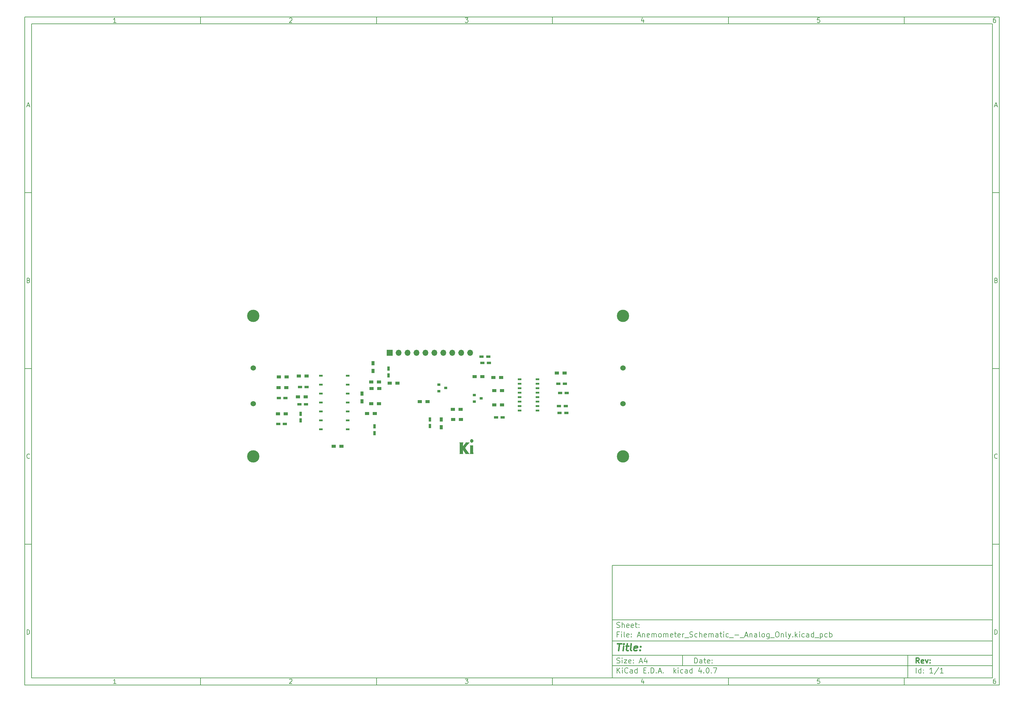
<source format=gbr>
G04 #@! TF.FileFunction,Soldermask,Top*
%FSLAX46Y46*%
G04 Gerber Fmt 4.6, Leading zero omitted, Abs format (unit mm)*
G04 Created by KiCad (PCBNEW 4.0.7) date Monday, February 19, 2018 'AMt' 09:37:46 AM*
%MOMM*%
%LPD*%
G01*
G04 APERTURE LIST*
%ADD10C,0.100000*%
%ADD11C,0.150000*%
%ADD12C,0.300000*%
%ADD13C,0.400000*%
%ADD14C,0.010000*%
%ADD15R,1.200000X0.900000*%
%ADD16R,1.100000X0.500000*%
%ADD17R,1.200000X0.750000*%
%ADD18R,0.750000X1.200000*%
%ADD19R,1.700000X1.700000*%
%ADD20O,1.700000X1.700000*%
%ADD21C,1.524000*%
%ADD22R,0.900000X0.800000*%
%ADD23R,0.900000X1.200000*%
%ADD24C,3.500000*%
G04 APERTURE END LIST*
D10*
D11*
X177002200Y-166007200D02*
X177002200Y-198007200D01*
X285002200Y-198007200D01*
X285002200Y-166007200D01*
X177002200Y-166007200D01*
D10*
D11*
X10000000Y-10000000D02*
X10000000Y-200007200D01*
X287002200Y-200007200D01*
X287002200Y-10000000D01*
X10000000Y-10000000D01*
D10*
D11*
X12000000Y-12000000D02*
X12000000Y-198007200D01*
X285002200Y-198007200D01*
X285002200Y-12000000D01*
X12000000Y-12000000D01*
D10*
D11*
X60000000Y-12000000D02*
X60000000Y-10000000D01*
D10*
D11*
X110000000Y-12000000D02*
X110000000Y-10000000D01*
D10*
D11*
X160000000Y-12000000D02*
X160000000Y-10000000D01*
D10*
D11*
X210000000Y-12000000D02*
X210000000Y-10000000D01*
D10*
D11*
X260000000Y-12000000D02*
X260000000Y-10000000D01*
D10*
D11*
X35990476Y-11588095D02*
X35247619Y-11588095D01*
X35619048Y-11588095D02*
X35619048Y-10288095D01*
X35495238Y-10473810D01*
X35371429Y-10597619D01*
X35247619Y-10659524D01*
D10*
D11*
X85247619Y-10411905D02*
X85309524Y-10350000D01*
X85433333Y-10288095D01*
X85742857Y-10288095D01*
X85866667Y-10350000D01*
X85928571Y-10411905D01*
X85990476Y-10535714D01*
X85990476Y-10659524D01*
X85928571Y-10845238D01*
X85185714Y-11588095D01*
X85990476Y-11588095D01*
D10*
D11*
X135185714Y-10288095D02*
X135990476Y-10288095D01*
X135557143Y-10783333D01*
X135742857Y-10783333D01*
X135866667Y-10845238D01*
X135928571Y-10907143D01*
X135990476Y-11030952D01*
X135990476Y-11340476D01*
X135928571Y-11464286D01*
X135866667Y-11526190D01*
X135742857Y-11588095D01*
X135371429Y-11588095D01*
X135247619Y-11526190D01*
X135185714Y-11464286D01*
D10*
D11*
X185866667Y-10721429D02*
X185866667Y-11588095D01*
X185557143Y-10226190D02*
X185247619Y-11154762D01*
X186052381Y-11154762D01*
D10*
D11*
X235928571Y-10288095D02*
X235309524Y-10288095D01*
X235247619Y-10907143D01*
X235309524Y-10845238D01*
X235433333Y-10783333D01*
X235742857Y-10783333D01*
X235866667Y-10845238D01*
X235928571Y-10907143D01*
X235990476Y-11030952D01*
X235990476Y-11340476D01*
X235928571Y-11464286D01*
X235866667Y-11526190D01*
X235742857Y-11588095D01*
X235433333Y-11588095D01*
X235309524Y-11526190D01*
X235247619Y-11464286D01*
D10*
D11*
X285866667Y-10288095D02*
X285619048Y-10288095D01*
X285495238Y-10350000D01*
X285433333Y-10411905D01*
X285309524Y-10597619D01*
X285247619Y-10845238D01*
X285247619Y-11340476D01*
X285309524Y-11464286D01*
X285371429Y-11526190D01*
X285495238Y-11588095D01*
X285742857Y-11588095D01*
X285866667Y-11526190D01*
X285928571Y-11464286D01*
X285990476Y-11340476D01*
X285990476Y-11030952D01*
X285928571Y-10907143D01*
X285866667Y-10845238D01*
X285742857Y-10783333D01*
X285495238Y-10783333D01*
X285371429Y-10845238D01*
X285309524Y-10907143D01*
X285247619Y-11030952D01*
D10*
D11*
X60000000Y-198007200D02*
X60000000Y-200007200D01*
D10*
D11*
X110000000Y-198007200D02*
X110000000Y-200007200D01*
D10*
D11*
X160000000Y-198007200D02*
X160000000Y-200007200D01*
D10*
D11*
X210000000Y-198007200D02*
X210000000Y-200007200D01*
D10*
D11*
X260000000Y-198007200D02*
X260000000Y-200007200D01*
D10*
D11*
X35990476Y-199595295D02*
X35247619Y-199595295D01*
X35619048Y-199595295D02*
X35619048Y-198295295D01*
X35495238Y-198481010D01*
X35371429Y-198604819D01*
X35247619Y-198666724D01*
D10*
D11*
X85247619Y-198419105D02*
X85309524Y-198357200D01*
X85433333Y-198295295D01*
X85742857Y-198295295D01*
X85866667Y-198357200D01*
X85928571Y-198419105D01*
X85990476Y-198542914D01*
X85990476Y-198666724D01*
X85928571Y-198852438D01*
X85185714Y-199595295D01*
X85990476Y-199595295D01*
D10*
D11*
X135185714Y-198295295D02*
X135990476Y-198295295D01*
X135557143Y-198790533D01*
X135742857Y-198790533D01*
X135866667Y-198852438D01*
X135928571Y-198914343D01*
X135990476Y-199038152D01*
X135990476Y-199347676D01*
X135928571Y-199471486D01*
X135866667Y-199533390D01*
X135742857Y-199595295D01*
X135371429Y-199595295D01*
X135247619Y-199533390D01*
X135185714Y-199471486D01*
D10*
D11*
X185866667Y-198728629D02*
X185866667Y-199595295D01*
X185557143Y-198233390D02*
X185247619Y-199161962D01*
X186052381Y-199161962D01*
D10*
D11*
X235928571Y-198295295D02*
X235309524Y-198295295D01*
X235247619Y-198914343D01*
X235309524Y-198852438D01*
X235433333Y-198790533D01*
X235742857Y-198790533D01*
X235866667Y-198852438D01*
X235928571Y-198914343D01*
X235990476Y-199038152D01*
X235990476Y-199347676D01*
X235928571Y-199471486D01*
X235866667Y-199533390D01*
X235742857Y-199595295D01*
X235433333Y-199595295D01*
X235309524Y-199533390D01*
X235247619Y-199471486D01*
D10*
D11*
X285866667Y-198295295D02*
X285619048Y-198295295D01*
X285495238Y-198357200D01*
X285433333Y-198419105D01*
X285309524Y-198604819D01*
X285247619Y-198852438D01*
X285247619Y-199347676D01*
X285309524Y-199471486D01*
X285371429Y-199533390D01*
X285495238Y-199595295D01*
X285742857Y-199595295D01*
X285866667Y-199533390D01*
X285928571Y-199471486D01*
X285990476Y-199347676D01*
X285990476Y-199038152D01*
X285928571Y-198914343D01*
X285866667Y-198852438D01*
X285742857Y-198790533D01*
X285495238Y-198790533D01*
X285371429Y-198852438D01*
X285309524Y-198914343D01*
X285247619Y-199038152D01*
D10*
D11*
X10000000Y-60000000D02*
X12000000Y-60000000D01*
D10*
D11*
X10000000Y-110000000D02*
X12000000Y-110000000D01*
D10*
D11*
X10000000Y-160000000D02*
X12000000Y-160000000D01*
D10*
D11*
X10690476Y-35216667D02*
X11309524Y-35216667D01*
X10566667Y-35588095D02*
X11000000Y-34288095D01*
X11433333Y-35588095D01*
D10*
D11*
X11092857Y-84907143D02*
X11278571Y-84969048D01*
X11340476Y-85030952D01*
X11402381Y-85154762D01*
X11402381Y-85340476D01*
X11340476Y-85464286D01*
X11278571Y-85526190D01*
X11154762Y-85588095D01*
X10659524Y-85588095D01*
X10659524Y-84288095D01*
X11092857Y-84288095D01*
X11216667Y-84350000D01*
X11278571Y-84411905D01*
X11340476Y-84535714D01*
X11340476Y-84659524D01*
X11278571Y-84783333D01*
X11216667Y-84845238D01*
X11092857Y-84907143D01*
X10659524Y-84907143D01*
D10*
D11*
X11402381Y-135464286D02*
X11340476Y-135526190D01*
X11154762Y-135588095D01*
X11030952Y-135588095D01*
X10845238Y-135526190D01*
X10721429Y-135402381D01*
X10659524Y-135278571D01*
X10597619Y-135030952D01*
X10597619Y-134845238D01*
X10659524Y-134597619D01*
X10721429Y-134473810D01*
X10845238Y-134350000D01*
X11030952Y-134288095D01*
X11154762Y-134288095D01*
X11340476Y-134350000D01*
X11402381Y-134411905D01*
D10*
D11*
X10659524Y-185588095D02*
X10659524Y-184288095D01*
X10969048Y-184288095D01*
X11154762Y-184350000D01*
X11278571Y-184473810D01*
X11340476Y-184597619D01*
X11402381Y-184845238D01*
X11402381Y-185030952D01*
X11340476Y-185278571D01*
X11278571Y-185402381D01*
X11154762Y-185526190D01*
X10969048Y-185588095D01*
X10659524Y-185588095D01*
D10*
D11*
X287002200Y-60000000D02*
X285002200Y-60000000D01*
D10*
D11*
X287002200Y-110000000D02*
X285002200Y-110000000D01*
D10*
D11*
X287002200Y-160000000D02*
X285002200Y-160000000D01*
D10*
D11*
X285692676Y-35216667D02*
X286311724Y-35216667D01*
X285568867Y-35588095D02*
X286002200Y-34288095D01*
X286435533Y-35588095D01*
D10*
D11*
X286095057Y-84907143D02*
X286280771Y-84969048D01*
X286342676Y-85030952D01*
X286404581Y-85154762D01*
X286404581Y-85340476D01*
X286342676Y-85464286D01*
X286280771Y-85526190D01*
X286156962Y-85588095D01*
X285661724Y-85588095D01*
X285661724Y-84288095D01*
X286095057Y-84288095D01*
X286218867Y-84350000D01*
X286280771Y-84411905D01*
X286342676Y-84535714D01*
X286342676Y-84659524D01*
X286280771Y-84783333D01*
X286218867Y-84845238D01*
X286095057Y-84907143D01*
X285661724Y-84907143D01*
D10*
D11*
X286404581Y-135464286D02*
X286342676Y-135526190D01*
X286156962Y-135588095D01*
X286033152Y-135588095D01*
X285847438Y-135526190D01*
X285723629Y-135402381D01*
X285661724Y-135278571D01*
X285599819Y-135030952D01*
X285599819Y-134845238D01*
X285661724Y-134597619D01*
X285723629Y-134473810D01*
X285847438Y-134350000D01*
X286033152Y-134288095D01*
X286156962Y-134288095D01*
X286342676Y-134350000D01*
X286404581Y-134411905D01*
D10*
D11*
X285661724Y-185588095D02*
X285661724Y-184288095D01*
X285971248Y-184288095D01*
X286156962Y-184350000D01*
X286280771Y-184473810D01*
X286342676Y-184597619D01*
X286404581Y-184845238D01*
X286404581Y-185030952D01*
X286342676Y-185278571D01*
X286280771Y-185402381D01*
X286156962Y-185526190D01*
X285971248Y-185588095D01*
X285661724Y-185588095D01*
D10*
D11*
X200359343Y-193785771D02*
X200359343Y-192285771D01*
X200716486Y-192285771D01*
X200930771Y-192357200D01*
X201073629Y-192500057D01*
X201145057Y-192642914D01*
X201216486Y-192928629D01*
X201216486Y-193142914D01*
X201145057Y-193428629D01*
X201073629Y-193571486D01*
X200930771Y-193714343D01*
X200716486Y-193785771D01*
X200359343Y-193785771D01*
X202502200Y-193785771D02*
X202502200Y-193000057D01*
X202430771Y-192857200D01*
X202287914Y-192785771D01*
X202002200Y-192785771D01*
X201859343Y-192857200D01*
X202502200Y-193714343D02*
X202359343Y-193785771D01*
X202002200Y-193785771D01*
X201859343Y-193714343D01*
X201787914Y-193571486D01*
X201787914Y-193428629D01*
X201859343Y-193285771D01*
X202002200Y-193214343D01*
X202359343Y-193214343D01*
X202502200Y-193142914D01*
X203002200Y-192785771D02*
X203573629Y-192785771D01*
X203216486Y-192285771D02*
X203216486Y-193571486D01*
X203287914Y-193714343D01*
X203430772Y-193785771D01*
X203573629Y-193785771D01*
X204645057Y-193714343D02*
X204502200Y-193785771D01*
X204216486Y-193785771D01*
X204073629Y-193714343D01*
X204002200Y-193571486D01*
X204002200Y-193000057D01*
X204073629Y-192857200D01*
X204216486Y-192785771D01*
X204502200Y-192785771D01*
X204645057Y-192857200D01*
X204716486Y-193000057D01*
X204716486Y-193142914D01*
X204002200Y-193285771D01*
X205359343Y-193642914D02*
X205430771Y-193714343D01*
X205359343Y-193785771D01*
X205287914Y-193714343D01*
X205359343Y-193642914D01*
X205359343Y-193785771D01*
X205359343Y-192857200D02*
X205430771Y-192928629D01*
X205359343Y-193000057D01*
X205287914Y-192928629D01*
X205359343Y-192857200D01*
X205359343Y-193000057D01*
D10*
D11*
X177002200Y-194507200D02*
X285002200Y-194507200D01*
D10*
D11*
X178359343Y-196585771D02*
X178359343Y-195085771D01*
X179216486Y-196585771D02*
X178573629Y-195728629D01*
X179216486Y-195085771D02*
X178359343Y-195942914D01*
X179859343Y-196585771D02*
X179859343Y-195585771D01*
X179859343Y-195085771D02*
X179787914Y-195157200D01*
X179859343Y-195228629D01*
X179930771Y-195157200D01*
X179859343Y-195085771D01*
X179859343Y-195228629D01*
X181430772Y-196442914D02*
X181359343Y-196514343D01*
X181145057Y-196585771D01*
X181002200Y-196585771D01*
X180787915Y-196514343D01*
X180645057Y-196371486D01*
X180573629Y-196228629D01*
X180502200Y-195942914D01*
X180502200Y-195728629D01*
X180573629Y-195442914D01*
X180645057Y-195300057D01*
X180787915Y-195157200D01*
X181002200Y-195085771D01*
X181145057Y-195085771D01*
X181359343Y-195157200D01*
X181430772Y-195228629D01*
X182716486Y-196585771D02*
X182716486Y-195800057D01*
X182645057Y-195657200D01*
X182502200Y-195585771D01*
X182216486Y-195585771D01*
X182073629Y-195657200D01*
X182716486Y-196514343D02*
X182573629Y-196585771D01*
X182216486Y-196585771D01*
X182073629Y-196514343D01*
X182002200Y-196371486D01*
X182002200Y-196228629D01*
X182073629Y-196085771D01*
X182216486Y-196014343D01*
X182573629Y-196014343D01*
X182716486Y-195942914D01*
X184073629Y-196585771D02*
X184073629Y-195085771D01*
X184073629Y-196514343D02*
X183930772Y-196585771D01*
X183645058Y-196585771D01*
X183502200Y-196514343D01*
X183430772Y-196442914D01*
X183359343Y-196300057D01*
X183359343Y-195871486D01*
X183430772Y-195728629D01*
X183502200Y-195657200D01*
X183645058Y-195585771D01*
X183930772Y-195585771D01*
X184073629Y-195657200D01*
X185930772Y-195800057D02*
X186430772Y-195800057D01*
X186645058Y-196585771D02*
X185930772Y-196585771D01*
X185930772Y-195085771D01*
X186645058Y-195085771D01*
X187287915Y-196442914D02*
X187359343Y-196514343D01*
X187287915Y-196585771D01*
X187216486Y-196514343D01*
X187287915Y-196442914D01*
X187287915Y-196585771D01*
X188002201Y-196585771D02*
X188002201Y-195085771D01*
X188359344Y-195085771D01*
X188573629Y-195157200D01*
X188716487Y-195300057D01*
X188787915Y-195442914D01*
X188859344Y-195728629D01*
X188859344Y-195942914D01*
X188787915Y-196228629D01*
X188716487Y-196371486D01*
X188573629Y-196514343D01*
X188359344Y-196585771D01*
X188002201Y-196585771D01*
X189502201Y-196442914D02*
X189573629Y-196514343D01*
X189502201Y-196585771D01*
X189430772Y-196514343D01*
X189502201Y-196442914D01*
X189502201Y-196585771D01*
X190145058Y-196157200D02*
X190859344Y-196157200D01*
X190002201Y-196585771D02*
X190502201Y-195085771D01*
X191002201Y-196585771D01*
X191502201Y-196442914D02*
X191573629Y-196514343D01*
X191502201Y-196585771D01*
X191430772Y-196514343D01*
X191502201Y-196442914D01*
X191502201Y-196585771D01*
X194502201Y-196585771D02*
X194502201Y-195085771D01*
X194645058Y-196014343D02*
X195073629Y-196585771D01*
X195073629Y-195585771D02*
X194502201Y-196157200D01*
X195716487Y-196585771D02*
X195716487Y-195585771D01*
X195716487Y-195085771D02*
X195645058Y-195157200D01*
X195716487Y-195228629D01*
X195787915Y-195157200D01*
X195716487Y-195085771D01*
X195716487Y-195228629D01*
X197073630Y-196514343D02*
X196930773Y-196585771D01*
X196645059Y-196585771D01*
X196502201Y-196514343D01*
X196430773Y-196442914D01*
X196359344Y-196300057D01*
X196359344Y-195871486D01*
X196430773Y-195728629D01*
X196502201Y-195657200D01*
X196645059Y-195585771D01*
X196930773Y-195585771D01*
X197073630Y-195657200D01*
X198359344Y-196585771D02*
X198359344Y-195800057D01*
X198287915Y-195657200D01*
X198145058Y-195585771D01*
X197859344Y-195585771D01*
X197716487Y-195657200D01*
X198359344Y-196514343D02*
X198216487Y-196585771D01*
X197859344Y-196585771D01*
X197716487Y-196514343D01*
X197645058Y-196371486D01*
X197645058Y-196228629D01*
X197716487Y-196085771D01*
X197859344Y-196014343D01*
X198216487Y-196014343D01*
X198359344Y-195942914D01*
X199716487Y-196585771D02*
X199716487Y-195085771D01*
X199716487Y-196514343D02*
X199573630Y-196585771D01*
X199287916Y-196585771D01*
X199145058Y-196514343D01*
X199073630Y-196442914D01*
X199002201Y-196300057D01*
X199002201Y-195871486D01*
X199073630Y-195728629D01*
X199145058Y-195657200D01*
X199287916Y-195585771D01*
X199573630Y-195585771D01*
X199716487Y-195657200D01*
X202216487Y-195585771D02*
X202216487Y-196585771D01*
X201859344Y-195014343D02*
X201502201Y-196085771D01*
X202430773Y-196085771D01*
X203002201Y-196442914D02*
X203073629Y-196514343D01*
X203002201Y-196585771D01*
X202930772Y-196514343D01*
X203002201Y-196442914D01*
X203002201Y-196585771D01*
X204002201Y-195085771D02*
X204145058Y-195085771D01*
X204287915Y-195157200D01*
X204359344Y-195228629D01*
X204430773Y-195371486D01*
X204502201Y-195657200D01*
X204502201Y-196014343D01*
X204430773Y-196300057D01*
X204359344Y-196442914D01*
X204287915Y-196514343D01*
X204145058Y-196585771D01*
X204002201Y-196585771D01*
X203859344Y-196514343D01*
X203787915Y-196442914D01*
X203716487Y-196300057D01*
X203645058Y-196014343D01*
X203645058Y-195657200D01*
X203716487Y-195371486D01*
X203787915Y-195228629D01*
X203859344Y-195157200D01*
X204002201Y-195085771D01*
X205145058Y-196442914D02*
X205216486Y-196514343D01*
X205145058Y-196585771D01*
X205073629Y-196514343D01*
X205145058Y-196442914D01*
X205145058Y-196585771D01*
X205716487Y-195085771D02*
X206716487Y-195085771D01*
X206073630Y-196585771D01*
D10*
D11*
X177002200Y-191507200D02*
X285002200Y-191507200D01*
D10*
D12*
X264216486Y-193785771D02*
X263716486Y-193071486D01*
X263359343Y-193785771D02*
X263359343Y-192285771D01*
X263930771Y-192285771D01*
X264073629Y-192357200D01*
X264145057Y-192428629D01*
X264216486Y-192571486D01*
X264216486Y-192785771D01*
X264145057Y-192928629D01*
X264073629Y-193000057D01*
X263930771Y-193071486D01*
X263359343Y-193071486D01*
X265430771Y-193714343D02*
X265287914Y-193785771D01*
X265002200Y-193785771D01*
X264859343Y-193714343D01*
X264787914Y-193571486D01*
X264787914Y-193000057D01*
X264859343Y-192857200D01*
X265002200Y-192785771D01*
X265287914Y-192785771D01*
X265430771Y-192857200D01*
X265502200Y-193000057D01*
X265502200Y-193142914D01*
X264787914Y-193285771D01*
X266002200Y-192785771D02*
X266359343Y-193785771D01*
X266716485Y-192785771D01*
X267287914Y-193642914D02*
X267359342Y-193714343D01*
X267287914Y-193785771D01*
X267216485Y-193714343D01*
X267287914Y-193642914D01*
X267287914Y-193785771D01*
X267287914Y-192857200D02*
X267359342Y-192928629D01*
X267287914Y-193000057D01*
X267216485Y-192928629D01*
X267287914Y-192857200D01*
X267287914Y-193000057D01*
D10*
D11*
X178287914Y-193714343D02*
X178502200Y-193785771D01*
X178859343Y-193785771D01*
X179002200Y-193714343D01*
X179073629Y-193642914D01*
X179145057Y-193500057D01*
X179145057Y-193357200D01*
X179073629Y-193214343D01*
X179002200Y-193142914D01*
X178859343Y-193071486D01*
X178573629Y-193000057D01*
X178430771Y-192928629D01*
X178359343Y-192857200D01*
X178287914Y-192714343D01*
X178287914Y-192571486D01*
X178359343Y-192428629D01*
X178430771Y-192357200D01*
X178573629Y-192285771D01*
X178930771Y-192285771D01*
X179145057Y-192357200D01*
X179787914Y-193785771D02*
X179787914Y-192785771D01*
X179787914Y-192285771D02*
X179716485Y-192357200D01*
X179787914Y-192428629D01*
X179859342Y-192357200D01*
X179787914Y-192285771D01*
X179787914Y-192428629D01*
X180359343Y-192785771D02*
X181145057Y-192785771D01*
X180359343Y-193785771D01*
X181145057Y-193785771D01*
X182287914Y-193714343D02*
X182145057Y-193785771D01*
X181859343Y-193785771D01*
X181716486Y-193714343D01*
X181645057Y-193571486D01*
X181645057Y-193000057D01*
X181716486Y-192857200D01*
X181859343Y-192785771D01*
X182145057Y-192785771D01*
X182287914Y-192857200D01*
X182359343Y-193000057D01*
X182359343Y-193142914D01*
X181645057Y-193285771D01*
X183002200Y-193642914D02*
X183073628Y-193714343D01*
X183002200Y-193785771D01*
X182930771Y-193714343D01*
X183002200Y-193642914D01*
X183002200Y-193785771D01*
X183002200Y-192857200D02*
X183073628Y-192928629D01*
X183002200Y-193000057D01*
X182930771Y-192928629D01*
X183002200Y-192857200D01*
X183002200Y-193000057D01*
X184787914Y-193357200D02*
X185502200Y-193357200D01*
X184645057Y-193785771D02*
X185145057Y-192285771D01*
X185645057Y-193785771D01*
X186787914Y-192785771D02*
X186787914Y-193785771D01*
X186430771Y-192214343D02*
X186073628Y-193285771D01*
X187002200Y-193285771D01*
D10*
D11*
X263359343Y-196585771D02*
X263359343Y-195085771D01*
X264716486Y-196585771D02*
X264716486Y-195085771D01*
X264716486Y-196514343D02*
X264573629Y-196585771D01*
X264287915Y-196585771D01*
X264145057Y-196514343D01*
X264073629Y-196442914D01*
X264002200Y-196300057D01*
X264002200Y-195871486D01*
X264073629Y-195728629D01*
X264145057Y-195657200D01*
X264287915Y-195585771D01*
X264573629Y-195585771D01*
X264716486Y-195657200D01*
X265430772Y-196442914D02*
X265502200Y-196514343D01*
X265430772Y-196585771D01*
X265359343Y-196514343D01*
X265430772Y-196442914D01*
X265430772Y-196585771D01*
X265430772Y-195657200D02*
X265502200Y-195728629D01*
X265430772Y-195800057D01*
X265359343Y-195728629D01*
X265430772Y-195657200D01*
X265430772Y-195800057D01*
X268073629Y-196585771D02*
X267216486Y-196585771D01*
X267645058Y-196585771D02*
X267645058Y-195085771D01*
X267502201Y-195300057D01*
X267359343Y-195442914D01*
X267216486Y-195514343D01*
X269787914Y-195014343D02*
X268502200Y-196942914D01*
X271073629Y-196585771D02*
X270216486Y-196585771D01*
X270645058Y-196585771D02*
X270645058Y-195085771D01*
X270502201Y-195300057D01*
X270359343Y-195442914D01*
X270216486Y-195514343D01*
D10*
D11*
X177002200Y-187507200D02*
X285002200Y-187507200D01*
D10*
D13*
X178454581Y-188211962D02*
X179597438Y-188211962D01*
X178776010Y-190211962D02*
X179026010Y-188211962D01*
X180014105Y-190211962D02*
X180180771Y-188878629D01*
X180264105Y-188211962D02*
X180156962Y-188307200D01*
X180240295Y-188402438D01*
X180347439Y-188307200D01*
X180264105Y-188211962D01*
X180240295Y-188402438D01*
X180847438Y-188878629D02*
X181609343Y-188878629D01*
X181216486Y-188211962D02*
X181002200Y-189926248D01*
X181073630Y-190116724D01*
X181252201Y-190211962D01*
X181442677Y-190211962D01*
X182395058Y-190211962D02*
X182216487Y-190116724D01*
X182145057Y-189926248D01*
X182359343Y-188211962D01*
X183930772Y-190116724D02*
X183728391Y-190211962D01*
X183347439Y-190211962D01*
X183168867Y-190116724D01*
X183097438Y-189926248D01*
X183192676Y-189164343D01*
X183311724Y-188973867D01*
X183514105Y-188878629D01*
X183895057Y-188878629D01*
X184073629Y-188973867D01*
X184145057Y-189164343D01*
X184121248Y-189354819D01*
X183145057Y-189545295D01*
X184895057Y-190021486D02*
X184978392Y-190116724D01*
X184871248Y-190211962D01*
X184787915Y-190116724D01*
X184895057Y-190021486D01*
X184871248Y-190211962D01*
X185026010Y-188973867D02*
X185109344Y-189069105D01*
X185002200Y-189164343D01*
X184918867Y-189069105D01*
X185026010Y-188973867D01*
X185002200Y-189164343D01*
D10*
D11*
X178859343Y-185600057D02*
X178359343Y-185600057D01*
X178359343Y-186385771D02*
X178359343Y-184885771D01*
X179073629Y-184885771D01*
X179645057Y-186385771D02*
X179645057Y-185385771D01*
X179645057Y-184885771D02*
X179573628Y-184957200D01*
X179645057Y-185028629D01*
X179716485Y-184957200D01*
X179645057Y-184885771D01*
X179645057Y-185028629D01*
X180573629Y-186385771D02*
X180430771Y-186314343D01*
X180359343Y-186171486D01*
X180359343Y-184885771D01*
X181716485Y-186314343D02*
X181573628Y-186385771D01*
X181287914Y-186385771D01*
X181145057Y-186314343D01*
X181073628Y-186171486D01*
X181073628Y-185600057D01*
X181145057Y-185457200D01*
X181287914Y-185385771D01*
X181573628Y-185385771D01*
X181716485Y-185457200D01*
X181787914Y-185600057D01*
X181787914Y-185742914D01*
X181073628Y-185885771D01*
X182430771Y-186242914D02*
X182502199Y-186314343D01*
X182430771Y-186385771D01*
X182359342Y-186314343D01*
X182430771Y-186242914D01*
X182430771Y-186385771D01*
X182430771Y-185457200D02*
X182502199Y-185528629D01*
X182430771Y-185600057D01*
X182359342Y-185528629D01*
X182430771Y-185457200D01*
X182430771Y-185600057D01*
X184216485Y-185957200D02*
X184930771Y-185957200D01*
X184073628Y-186385771D02*
X184573628Y-184885771D01*
X185073628Y-186385771D01*
X185573628Y-185385771D02*
X185573628Y-186385771D01*
X185573628Y-185528629D02*
X185645056Y-185457200D01*
X185787914Y-185385771D01*
X186002199Y-185385771D01*
X186145056Y-185457200D01*
X186216485Y-185600057D01*
X186216485Y-186385771D01*
X187502199Y-186314343D02*
X187359342Y-186385771D01*
X187073628Y-186385771D01*
X186930771Y-186314343D01*
X186859342Y-186171486D01*
X186859342Y-185600057D01*
X186930771Y-185457200D01*
X187073628Y-185385771D01*
X187359342Y-185385771D01*
X187502199Y-185457200D01*
X187573628Y-185600057D01*
X187573628Y-185742914D01*
X186859342Y-185885771D01*
X188216485Y-186385771D02*
X188216485Y-185385771D01*
X188216485Y-185528629D02*
X188287913Y-185457200D01*
X188430771Y-185385771D01*
X188645056Y-185385771D01*
X188787913Y-185457200D01*
X188859342Y-185600057D01*
X188859342Y-186385771D01*
X188859342Y-185600057D02*
X188930771Y-185457200D01*
X189073628Y-185385771D01*
X189287913Y-185385771D01*
X189430771Y-185457200D01*
X189502199Y-185600057D01*
X189502199Y-186385771D01*
X190430771Y-186385771D02*
X190287913Y-186314343D01*
X190216485Y-186242914D01*
X190145056Y-186100057D01*
X190145056Y-185671486D01*
X190216485Y-185528629D01*
X190287913Y-185457200D01*
X190430771Y-185385771D01*
X190645056Y-185385771D01*
X190787913Y-185457200D01*
X190859342Y-185528629D01*
X190930771Y-185671486D01*
X190930771Y-186100057D01*
X190859342Y-186242914D01*
X190787913Y-186314343D01*
X190645056Y-186385771D01*
X190430771Y-186385771D01*
X191573628Y-186385771D02*
X191573628Y-185385771D01*
X191573628Y-185528629D02*
X191645056Y-185457200D01*
X191787914Y-185385771D01*
X192002199Y-185385771D01*
X192145056Y-185457200D01*
X192216485Y-185600057D01*
X192216485Y-186385771D01*
X192216485Y-185600057D02*
X192287914Y-185457200D01*
X192430771Y-185385771D01*
X192645056Y-185385771D01*
X192787914Y-185457200D01*
X192859342Y-185600057D01*
X192859342Y-186385771D01*
X194145056Y-186314343D02*
X194002199Y-186385771D01*
X193716485Y-186385771D01*
X193573628Y-186314343D01*
X193502199Y-186171486D01*
X193502199Y-185600057D01*
X193573628Y-185457200D01*
X193716485Y-185385771D01*
X194002199Y-185385771D01*
X194145056Y-185457200D01*
X194216485Y-185600057D01*
X194216485Y-185742914D01*
X193502199Y-185885771D01*
X194645056Y-185385771D02*
X195216485Y-185385771D01*
X194859342Y-184885771D02*
X194859342Y-186171486D01*
X194930770Y-186314343D01*
X195073628Y-186385771D01*
X195216485Y-186385771D01*
X196287913Y-186314343D02*
X196145056Y-186385771D01*
X195859342Y-186385771D01*
X195716485Y-186314343D01*
X195645056Y-186171486D01*
X195645056Y-185600057D01*
X195716485Y-185457200D01*
X195859342Y-185385771D01*
X196145056Y-185385771D01*
X196287913Y-185457200D01*
X196359342Y-185600057D01*
X196359342Y-185742914D01*
X195645056Y-185885771D01*
X197002199Y-186385771D02*
X197002199Y-185385771D01*
X197002199Y-185671486D02*
X197073627Y-185528629D01*
X197145056Y-185457200D01*
X197287913Y-185385771D01*
X197430770Y-185385771D01*
X197573627Y-186528629D02*
X198716484Y-186528629D01*
X199002198Y-186314343D02*
X199216484Y-186385771D01*
X199573627Y-186385771D01*
X199716484Y-186314343D01*
X199787913Y-186242914D01*
X199859341Y-186100057D01*
X199859341Y-185957200D01*
X199787913Y-185814343D01*
X199716484Y-185742914D01*
X199573627Y-185671486D01*
X199287913Y-185600057D01*
X199145055Y-185528629D01*
X199073627Y-185457200D01*
X199002198Y-185314343D01*
X199002198Y-185171486D01*
X199073627Y-185028629D01*
X199145055Y-184957200D01*
X199287913Y-184885771D01*
X199645055Y-184885771D01*
X199859341Y-184957200D01*
X201145055Y-186314343D02*
X201002198Y-186385771D01*
X200716484Y-186385771D01*
X200573626Y-186314343D01*
X200502198Y-186242914D01*
X200430769Y-186100057D01*
X200430769Y-185671486D01*
X200502198Y-185528629D01*
X200573626Y-185457200D01*
X200716484Y-185385771D01*
X201002198Y-185385771D01*
X201145055Y-185457200D01*
X201787912Y-186385771D02*
X201787912Y-184885771D01*
X202430769Y-186385771D02*
X202430769Y-185600057D01*
X202359340Y-185457200D01*
X202216483Y-185385771D01*
X202002198Y-185385771D01*
X201859340Y-185457200D01*
X201787912Y-185528629D01*
X203716483Y-186314343D02*
X203573626Y-186385771D01*
X203287912Y-186385771D01*
X203145055Y-186314343D01*
X203073626Y-186171486D01*
X203073626Y-185600057D01*
X203145055Y-185457200D01*
X203287912Y-185385771D01*
X203573626Y-185385771D01*
X203716483Y-185457200D01*
X203787912Y-185600057D01*
X203787912Y-185742914D01*
X203073626Y-185885771D01*
X204430769Y-186385771D02*
X204430769Y-185385771D01*
X204430769Y-185528629D02*
X204502197Y-185457200D01*
X204645055Y-185385771D01*
X204859340Y-185385771D01*
X205002197Y-185457200D01*
X205073626Y-185600057D01*
X205073626Y-186385771D01*
X205073626Y-185600057D02*
X205145055Y-185457200D01*
X205287912Y-185385771D01*
X205502197Y-185385771D01*
X205645055Y-185457200D01*
X205716483Y-185600057D01*
X205716483Y-186385771D01*
X207073626Y-186385771D02*
X207073626Y-185600057D01*
X207002197Y-185457200D01*
X206859340Y-185385771D01*
X206573626Y-185385771D01*
X206430769Y-185457200D01*
X207073626Y-186314343D02*
X206930769Y-186385771D01*
X206573626Y-186385771D01*
X206430769Y-186314343D01*
X206359340Y-186171486D01*
X206359340Y-186028629D01*
X206430769Y-185885771D01*
X206573626Y-185814343D01*
X206930769Y-185814343D01*
X207073626Y-185742914D01*
X207573626Y-185385771D02*
X208145055Y-185385771D01*
X207787912Y-184885771D02*
X207787912Y-186171486D01*
X207859340Y-186314343D01*
X208002198Y-186385771D01*
X208145055Y-186385771D01*
X208645055Y-186385771D02*
X208645055Y-185385771D01*
X208645055Y-184885771D02*
X208573626Y-184957200D01*
X208645055Y-185028629D01*
X208716483Y-184957200D01*
X208645055Y-184885771D01*
X208645055Y-185028629D01*
X210002198Y-186314343D02*
X209859341Y-186385771D01*
X209573627Y-186385771D01*
X209430769Y-186314343D01*
X209359341Y-186242914D01*
X209287912Y-186100057D01*
X209287912Y-185671486D01*
X209359341Y-185528629D01*
X209430769Y-185457200D01*
X209573627Y-185385771D01*
X209859341Y-185385771D01*
X210002198Y-185457200D01*
X210287912Y-186528629D02*
X211430769Y-186528629D01*
X211787912Y-185814343D02*
X212930769Y-185814343D01*
X213287912Y-186528629D02*
X214430769Y-186528629D01*
X214716483Y-185957200D02*
X215430769Y-185957200D01*
X214573626Y-186385771D02*
X215073626Y-184885771D01*
X215573626Y-186385771D01*
X216073626Y-185385771D02*
X216073626Y-186385771D01*
X216073626Y-185528629D02*
X216145054Y-185457200D01*
X216287912Y-185385771D01*
X216502197Y-185385771D01*
X216645054Y-185457200D01*
X216716483Y-185600057D01*
X216716483Y-186385771D01*
X218073626Y-186385771D02*
X218073626Y-185600057D01*
X218002197Y-185457200D01*
X217859340Y-185385771D01*
X217573626Y-185385771D01*
X217430769Y-185457200D01*
X218073626Y-186314343D02*
X217930769Y-186385771D01*
X217573626Y-186385771D01*
X217430769Y-186314343D01*
X217359340Y-186171486D01*
X217359340Y-186028629D01*
X217430769Y-185885771D01*
X217573626Y-185814343D01*
X217930769Y-185814343D01*
X218073626Y-185742914D01*
X219002198Y-186385771D02*
X218859340Y-186314343D01*
X218787912Y-186171486D01*
X218787912Y-184885771D01*
X219787912Y-186385771D02*
X219645054Y-186314343D01*
X219573626Y-186242914D01*
X219502197Y-186100057D01*
X219502197Y-185671486D01*
X219573626Y-185528629D01*
X219645054Y-185457200D01*
X219787912Y-185385771D01*
X220002197Y-185385771D01*
X220145054Y-185457200D01*
X220216483Y-185528629D01*
X220287912Y-185671486D01*
X220287912Y-186100057D01*
X220216483Y-186242914D01*
X220145054Y-186314343D01*
X220002197Y-186385771D01*
X219787912Y-186385771D01*
X221573626Y-185385771D02*
X221573626Y-186600057D01*
X221502197Y-186742914D01*
X221430769Y-186814343D01*
X221287912Y-186885771D01*
X221073626Y-186885771D01*
X220930769Y-186814343D01*
X221573626Y-186314343D02*
X221430769Y-186385771D01*
X221145055Y-186385771D01*
X221002197Y-186314343D01*
X220930769Y-186242914D01*
X220859340Y-186100057D01*
X220859340Y-185671486D01*
X220930769Y-185528629D01*
X221002197Y-185457200D01*
X221145055Y-185385771D01*
X221430769Y-185385771D01*
X221573626Y-185457200D01*
X221930769Y-186528629D02*
X223073626Y-186528629D01*
X223716483Y-184885771D02*
X224002197Y-184885771D01*
X224145055Y-184957200D01*
X224287912Y-185100057D01*
X224359340Y-185385771D01*
X224359340Y-185885771D01*
X224287912Y-186171486D01*
X224145055Y-186314343D01*
X224002197Y-186385771D01*
X223716483Y-186385771D01*
X223573626Y-186314343D01*
X223430769Y-186171486D01*
X223359340Y-185885771D01*
X223359340Y-185385771D01*
X223430769Y-185100057D01*
X223573626Y-184957200D01*
X223716483Y-184885771D01*
X225002198Y-185385771D02*
X225002198Y-186385771D01*
X225002198Y-185528629D02*
X225073626Y-185457200D01*
X225216484Y-185385771D01*
X225430769Y-185385771D01*
X225573626Y-185457200D01*
X225645055Y-185600057D01*
X225645055Y-186385771D01*
X226573627Y-186385771D02*
X226430769Y-186314343D01*
X226359341Y-186171486D01*
X226359341Y-184885771D01*
X227002198Y-185385771D02*
X227359341Y-186385771D01*
X227716483Y-185385771D02*
X227359341Y-186385771D01*
X227216483Y-186742914D01*
X227145055Y-186814343D01*
X227002198Y-186885771D01*
X228287912Y-186242914D02*
X228359340Y-186314343D01*
X228287912Y-186385771D01*
X228216483Y-186314343D01*
X228287912Y-186242914D01*
X228287912Y-186385771D01*
X229002198Y-186385771D02*
X229002198Y-184885771D01*
X229145055Y-185814343D02*
X229573626Y-186385771D01*
X229573626Y-185385771D02*
X229002198Y-185957200D01*
X230216484Y-186385771D02*
X230216484Y-185385771D01*
X230216484Y-184885771D02*
X230145055Y-184957200D01*
X230216484Y-185028629D01*
X230287912Y-184957200D01*
X230216484Y-184885771D01*
X230216484Y-185028629D01*
X231573627Y-186314343D02*
X231430770Y-186385771D01*
X231145056Y-186385771D01*
X231002198Y-186314343D01*
X230930770Y-186242914D01*
X230859341Y-186100057D01*
X230859341Y-185671486D01*
X230930770Y-185528629D01*
X231002198Y-185457200D01*
X231145056Y-185385771D01*
X231430770Y-185385771D01*
X231573627Y-185457200D01*
X232859341Y-186385771D02*
X232859341Y-185600057D01*
X232787912Y-185457200D01*
X232645055Y-185385771D01*
X232359341Y-185385771D01*
X232216484Y-185457200D01*
X232859341Y-186314343D02*
X232716484Y-186385771D01*
X232359341Y-186385771D01*
X232216484Y-186314343D01*
X232145055Y-186171486D01*
X232145055Y-186028629D01*
X232216484Y-185885771D01*
X232359341Y-185814343D01*
X232716484Y-185814343D01*
X232859341Y-185742914D01*
X234216484Y-186385771D02*
X234216484Y-184885771D01*
X234216484Y-186314343D02*
X234073627Y-186385771D01*
X233787913Y-186385771D01*
X233645055Y-186314343D01*
X233573627Y-186242914D01*
X233502198Y-186100057D01*
X233502198Y-185671486D01*
X233573627Y-185528629D01*
X233645055Y-185457200D01*
X233787913Y-185385771D01*
X234073627Y-185385771D01*
X234216484Y-185457200D01*
X234573627Y-186528629D02*
X235716484Y-186528629D01*
X236073627Y-185385771D02*
X236073627Y-186885771D01*
X236073627Y-185457200D02*
X236216484Y-185385771D01*
X236502198Y-185385771D01*
X236645055Y-185457200D01*
X236716484Y-185528629D01*
X236787913Y-185671486D01*
X236787913Y-186100057D01*
X236716484Y-186242914D01*
X236645055Y-186314343D01*
X236502198Y-186385771D01*
X236216484Y-186385771D01*
X236073627Y-186314343D01*
X238073627Y-186314343D02*
X237930770Y-186385771D01*
X237645056Y-186385771D01*
X237502198Y-186314343D01*
X237430770Y-186242914D01*
X237359341Y-186100057D01*
X237359341Y-185671486D01*
X237430770Y-185528629D01*
X237502198Y-185457200D01*
X237645056Y-185385771D01*
X237930770Y-185385771D01*
X238073627Y-185457200D01*
X238716484Y-186385771D02*
X238716484Y-184885771D01*
X238716484Y-185457200D02*
X238859341Y-185385771D01*
X239145055Y-185385771D01*
X239287912Y-185457200D01*
X239359341Y-185528629D01*
X239430770Y-185671486D01*
X239430770Y-186100057D01*
X239359341Y-186242914D01*
X239287912Y-186314343D01*
X239145055Y-186385771D01*
X238859341Y-186385771D01*
X238716484Y-186314343D01*
D10*
D11*
X177002200Y-181507200D02*
X285002200Y-181507200D01*
D10*
D11*
X178287914Y-183614343D02*
X178502200Y-183685771D01*
X178859343Y-183685771D01*
X179002200Y-183614343D01*
X179073629Y-183542914D01*
X179145057Y-183400057D01*
X179145057Y-183257200D01*
X179073629Y-183114343D01*
X179002200Y-183042914D01*
X178859343Y-182971486D01*
X178573629Y-182900057D01*
X178430771Y-182828629D01*
X178359343Y-182757200D01*
X178287914Y-182614343D01*
X178287914Y-182471486D01*
X178359343Y-182328629D01*
X178430771Y-182257200D01*
X178573629Y-182185771D01*
X178930771Y-182185771D01*
X179145057Y-182257200D01*
X179787914Y-183685771D02*
X179787914Y-182185771D01*
X180430771Y-183685771D02*
X180430771Y-182900057D01*
X180359342Y-182757200D01*
X180216485Y-182685771D01*
X180002200Y-182685771D01*
X179859342Y-182757200D01*
X179787914Y-182828629D01*
X181716485Y-183614343D02*
X181573628Y-183685771D01*
X181287914Y-183685771D01*
X181145057Y-183614343D01*
X181073628Y-183471486D01*
X181073628Y-182900057D01*
X181145057Y-182757200D01*
X181287914Y-182685771D01*
X181573628Y-182685771D01*
X181716485Y-182757200D01*
X181787914Y-182900057D01*
X181787914Y-183042914D01*
X181073628Y-183185771D01*
X183002199Y-183614343D02*
X182859342Y-183685771D01*
X182573628Y-183685771D01*
X182430771Y-183614343D01*
X182359342Y-183471486D01*
X182359342Y-182900057D01*
X182430771Y-182757200D01*
X182573628Y-182685771D01*
X182859342Y-182685771D01*
X183002199Y-182757200D01*
X183073628Y-182900057D01*
X183073628Y-183042914D01*
X182359342Y-183185771D01*
X183502199Y-182685771D02*
X184073628Y-182685771D01*
X183716485Y-182185771D02*
X183716485Y-183471486D01*
X183787913Y-183614343D01*
X183930771Y-183685771D01*
X184073628Y-183685771D01*
X184573628Y-183542914D02*
X184645056Y-183614343D01*
X184573628Y-183685771D01*
X184502199Y-183614343D01*
X184573628Y-183542914D01*
X184573628Y-183685771D01*
X184573628Y-182757200D02*
X184645056Y-182828629D01*
X184573628Y-182900057D01*
X184502199Y-182828629D01*
X184573628Y-182757200D01*
X184573628Y-182900057D01*
D10*
D11*
X197002200Y-191507200D02*
X197002200Y-194507200D01*
D10*
D11*
X261002200Y-191507200D02*
X261002200Y-198007200D01*
D14*
G36*
X135813747Y-131028400D02*
X136359059Y-131028400D01*
X136160279Y-131229787D01*
X135830571Y-131592691D01*
X135616151Y-131866815D01*
X135537703Y-131970400D01*
X135443144Y-132090529D01*
X135343050Y-132214202D01*
X135247998Y-132328419D01*
X135168566Y-132420181D01*
X135143468Y-132447760D01*
X135062036Y-132535212D01*
X135131994Y-132626356D01*
X135267436Y-132815604D01*
X135354978Y-132955050D01*
X135409848Y-133037286D01*
X135471124Y-133116612D01*
X135476273Y-133122607D01*
X135545222Y-133205581D01*
X135625747Y-133308137D01*
X135708942Y-133418288D01*
X135785902Y-133524047D01*
X135847719Y-133613425D01*
X135883376Y-133670547D01*
X135918457Y-133723596D01*
X135976986Y-133802062D01*
X136048820Y-133893252D01*
X136123815Y-133984472D01*
X136191828Y-134063032D01*
X136228200Y-134102020D01*
X136252089Y-134128081D01*
X136294363Y-134175406D01*
X136302477Y-134184570D01*
X136364055Y-134254200D01*
X135237600Y-134254200D01*
X135237600Y-134175923D01*
X135220837Y-134099395D01*
X135173607Y-133994149D01*
X135100493Y-133868239D01*
X135006081Y-133729716D01*
X134918542Y-133615533D01*
X134847268Y-133523313D01*
X134781947Y-133432269D01*
X134734777Y-133359535D01*
X134728671Y-133348833D01*
X134688629Y-133282434D01*
X134653342Y-133234284D01*
X134644699Y-133225500D01*
X134610138Y-133186816D01*
X134569915Y-133130250D01*
X134532226Y-133082093D01*
X134501715Y-133060487D01*
X134500414Y-133060400D01*
X134491538Y-133085091D01*
X134484418Y-133156381D01*
X134479264Y-133270092D01*
X134476283Y-133422044D01*
X134475600Y-133556961D01*
X134476284Y-133736263D01*
X134478695Y-133872270D01*
X134483375Y-133972475D01*
X134490863Y-134044369D01*
X134501698Y-134095443D01*
X134516421Y-134133188D01*
X134517244Y-134134811D01*
X134552717Y-134194491D01*
X134584223Y-134232618D01*
X134587094Y-134234761D01*
X134571597Y-134240323D01*
X134512247Y-134245262D01*
X134415986Y-134249312D01*
X134289759Y-134252207D01*
X134140511Y-134253682D01*
X134088794Y-134253811D01*
X133562289Y-134254200D01*
X133591968Y-134184350D01*
X133620141Y-134125758D01*
X133642224Y-134090370D01*
X133646057Y-134061142D01*
X133649657Y-133985781D01*
X133652959Y-133868951D01*
X133655896Y-133715317D01*
X133658399Y-133529546D01*
X133660404Y-133316302D01*
X133661842Y-133080251D01*
X133662647Y-132826059D01*
X133662799Y-132654290D01*
X133662741Y-132350311D01*
X133662470Y-132092912D01*
X133661846Y-131877874D01*
X133660726Y-131700978D01*
X133658969Y-131558004D01*
X133656433Y-131444733D01*
X133652976Y-131356945D01*
X133648457Y-131290421D01*
X133642733Y-131240941D01*
X133635662Y-131204286D01*
X133627104Y-131176237D01*
X133616916Y-131152574D01*
X133611999Y-131142699D01*
X133581244Y-131080869D01*
X133563190Y-131041660D01*
X133561199Y-131035729D01*
X133585335Y-131033507D01*
X133652688Y-131031556D01*
X133755672Y-131029984D01*
X133886706Y-131028901D01*
X134038205Y-131028415D01*
X134071917Y-131028400D01*
X134245060Y-131028664D01*
X134373629Y-131029831D01*
X134463846Y-131032464D01*
X134521937Y-131037123D01*
X134554124Y-131044372D01*
X134566632Y-131054772D01*
X134565686Y-131068885D01*
X134564164Y-131072850D01*
X134530805Y-131161673D01*
X134506739Y-131250181D01*
X134490580Y-131349141D01*
X134480942Y-131469321D01*
X134476440Y-131621488D01*
X134475600Y-131761088D01*
X134475599Y-132180904D01*
X134551799Y-132107900D01*
X134599413Y-132057557D01*
X134625994Y-132020278D01*
X134628000Y-132013483D01*
X134643137Y-131987550D01*
X134682628Y-131934128D01*
X134737588Y-131864145D01*
X134799132Y-131788529D01*
X134858377Y-131718209D01*
X134906439Y-131664114D01*
X134933239Y-131638000D01*
X134955561Y-131610734D01*
X134993936Y-131554630D01*
X135021802Y-131511000D01*
X135080005Y-131423298D01*
X135142951Y-131336698D01*
X135165299Y-131308362D01*
X135210013Y-131241736D01*
X135235408Y-131180643D01*
X135237600Y-131164390D01*
X135238122Y-131120677D01*
X135243791Y-131087502D01*
X135260762Y-131063412D01*
X135295189Y-131046955D01*
X135353226Y-131036677D01*
X135441028Y-131031127D01*
X135564750Y-131028851D01*
X135730545Y-131028396D01*
X135813747Y-131028400D01*
X135813747Y-131028400D01*
G37*
X135813747Y-131028400D02*
X136359059Y-131028400D01*
X136160279Y-131229787D01*
X135830571Y-131592691D01*
X135616151Y-131866815D01*
X135537703Y-131970400D01*
X135443144Y-132090529D01*
X135343050Y-132214202D01*
X135247998Y-132328419D01*
X135168566Y-132420181D01*
X135143468Y-132447760D01*
X135062036Y-132535212D01*
X135131994Y-132626356D01*
X135267436Y-132815604D01*
X135354978Y-132955050D01*
X135409848Y-133037286D01*
X135471124Y-133116612D01*
X135476273Y-133122607D01*
X135545222Y-133205581D01*
X135625747Y-133308137D01*
X135708942Y-133418288D01*
X135785902Y-133524047D01*
X135847719Y-133613425D01*
X135883376Y-133670547D01*
X135918457Y-133723596D01*
X135976986Y-133802062D01*
X136048820Y-133893252D01*
X136123815Y-133984472D01*
X136191828Y-134063032D01*
X136228200Y-134102020D01*
X136252089Y-134128081D01*
X136294363Y-134175406D01*
X136302477Y-134184570D01*
X136364055Y-134254200D01*
X135237600Y-134254200D01*
X135237600Y-134175923D01*
X135220837Y-134099395D01*
X135173607Y-133994149D01*
X135100493Y-133868239D01*
X135006081Y-133729716D01*
X134918542Y-133615533D01*
X134847268Y-133523313D01*
X134781947Y-133432269D01*
X134734777Y-133359535D01*
X134728671Y-133348833D01*
X134688629Y-133282434D01*
X134653342Y-133234284D01*
X134644699Y-133225500D01*
X134610138Y-133186816D01*
X134569915Y-133130250D01*
X134532226Y-133082093D01*
X134501715Y-133060487D01*
X134500414Y-133060400D01*
X134491538Y-133085091D01*
X134484418Y-133156381D01*
X134479264Y-133270092D01*
X134476283Y-133422044D01*
X134475600Y-133556961D01*
X134476284Y-133736263D01*
X134478695Y-133872270D01*
X134483375Y-133972475D01*
X134490863Y-134044369D01*
X134501698Y-134095443D01*
X134516421Y-134133188D01*
X134517244Y-134134811D01*
X134552717Y-134194491D01*
X134584223Y-134232618D01*
X134587094Y-134234761D01*
X134571597Y-134240323D01*
X134512247Y-134245262D01*
X134415986Y-134249312D01*
X134289759Y-134252207D01*
X134140511Y-134253682D01*
X134088794Y-134253811D01*
X133562289Y-134254200D01*
X133591968Y-134184350D01*
X133620141Y-134125758D01*
X133642224Y-134090370D01*
X133646057Y-134061142D01*
X133649657Y-133985781D01*
X133652959Y-133868951D01*
X133655896Y-133715317D01*
X133658399Y-133529546D01*
X133660404Y-133316302D01*
X133661842Y-133080251D01*
X133662647Y-132826059D01*
X133662799Y-132654290D01*
X133662741Y-132350311D01*
X133662470Y-132092912D01*
X133661846Y-131877874D01*
X133660726Y-131700978D01*
X133658969Y-131558004D01*
X133656433Y-131444733D01*
X133652976Y-131356945D01*
X133648457Y-131290421D01*
X133642733Y-131240941D01*
X133635662Y-131204286D01*
X133627104Y-131176237D01*
X133616916Y-131152574D01*
X133611999Y-131142699D01*
X133581244Y-131080869D01*
X133563190Y-131041660D01*
X133561199Y-131035729D01*
X133585335Y-131033507D01*
X133652688Y-131031556D01*
X133755672Y-131029984D01*
X133886706Y-131028901D01*
X134038205Y-131028415D01*
X134071917Y-131028400D01*
X134245060Y-131028664D01*
X134373629Y-131029831D01*
X134463846Y-131032464D01*
X134521937Y-131037123D01*
X134554124Y-131044372D01*
X134566632Y-131054772D01*
X134565686Y-131068885D01*
X134564164Y-131072850D01*
X134530805Y-131161673D01*
X134506739Y-131250181D01*
X134490580Y-131349141D01*
X134480942Y-131469321D01*
X134476440Y-131621488D01*
X134475600Y-131761088D01*
X134475599Y-132180904D01*
X134551799Y-132107900D01*
X134599413Y-132057557D01*
X134625994Y-132020278D01*
X134628000Y-132013483D01*
X134643137Y-131987550D01*
X134682628Y-131934128D01*
X134737588Y-131864145D01*
X134799132Y-131788529D01*
X134858377Y-131718209D01*
X134906439Y-131664114D01*
X134933239Y-131638000D01*
X134955561Y-131610734D01*
X134993936Y-131554630D01*
X135021802Y-131511000D01*
X135080005Y-131423298D01*
X135142951Y-131336698D01*
X135165299Y-131308362D01*
X135210013Y-131241736D01*
X135235408Y-131180643D01*
X135237600Y-131164390D01*
X135238122Y-131120677D01*
X135243791Y-131087502D01*
X135260762Y-131063412D01*
X135295189Y-131046955D01*
X135353226Y-131036677D01*
X135441028Y-131031127D01*
X135564750Y-131028851D01*
X135730545Y-131028396D01*
X135813747Y-131028400D01*
G36*
X137396600Y-132992045D02*
X137396821Y-133263528D01*
X137397583Y-133488618D01*
X137399026Y-133671721D01*
X137401294Y-133817240D01*
X137404531Y-133929583D01*
X137408878Y-134013155D01*
X137414480Y-134072359D01*
X137421478Y-134111603D01*
X137430016Y-134135292D01*
X137433892Y-134141395D01*
X137460178Y-134178943D01*
X137470891Y-134207085D01*
X137460710Y-134227174D01*
X137424312Y-134240563D01*
X137356376Y-134248605D01*
X137251578Y-134252653D01*
X137104598Y-134254060D01*
X136990200Y-134254200D01*
X136839918Y-134253515D01*
X136708727Y-134251608D01*
X136604427Y-134248702D01*
X136534819Y-134245017D01*
X136507705Y-134240776D01*
X136507600Y-134240488D01*
X136518155Y-134211454D01*
X136544726Y-134154509D01*
X136558400Y-134127200D01*
X136571266Y-134099760D01*
X136581759Y-134069394D01*
X136590120Y-134030920D01*
X136596591Y-133979155D01*
X136601411Y-133908918D01*
X136604822Y-133815027D01*
X136607065Y-133692301D01*
X136608381Y-133535559D01*
X136609010Y-133339617D01*
X136609195Y-133099296D01*
X136609200Y-133034750D01*
X136608947Y-132777269D01*
X136608071Y-132565749D01*
X136606396Y-132395351D01*
X136603748Y-132261238D01*
X136599950Y-132158571D01*
X136594827Y-132082513D01*
X136588203Y-132028226D01*
X136579903Y-131990872D01*
X136570447Y-131966938D01*
X136531695Y-131892000D01*
X137396600Y-131892000D01*
X137396600Y-132992045D01*
X137396600Y-132992045D01*
G37*
X137396600Y-132992045D02*
X137396821Y-133263528D01*
X137397583Y-133488618D01*
X137399026Y-133671721D01*
X137401294Y-133817240D01*
X137404531Y-133929583D01*
X137408878Y-134013155D01*
X137414480Y-134072359D01*
X137421478Y-134111603D01*
X137430016Y-134135292D01*
X137433892Y-134141395D01*
X137460178Y-134178943D01*
X137470891Y-134207085D01*
X137460710Y-134227174D01*
X137424312Y-134240563D01*
X137356376Y-134248605D01*
X137251578Y-134252653D01*
X137104598Y-134254060D01*
X136990200Y-134254200D01*
X136839918Y-134253515D01*
X136708727Y-134251608D01*
X136604427Y-134248702D01*
X136534819Y-134245017D01*
X136507705Y-134240776D01*
X136507600Y-134240488D01*
X136518155Y-134211454D01*
X136544726Y-134154509D01*
X136558400Y-134127200D01*
X136571266Y-134099760D01*
X136581759Y-134069394D01*
X136590120Y-134030920D01*
X136596591Y-133979155D01*
X136601411Y-133908918D01*
X136604822Y-133815027D01*
X136607065Y-133692301D01*
X136608381Y-133535559D01*
X136609010Y-133339617D01*
X136609195Y-133099296D01*
X136609200Y-133034750D01*
X136608947Y-132777269D01*
X136608071Y-132565749D01*
X136606396Y-132395351D01*
X136603748Y-132261238D01*
X136599950Y-132158571D01*
X136594827Y-132082513D01*
X136588203Y-132028226D01*
X136579903Y-131990872D01*
X136570447Y-131966938D01*
X136531695Y-131892000D01*
X137396600Y-131892000D01*
X137396600Y-132992045D01*
G36*
X137155941Y-130125960D02*
X137273545Y-130192395D01*
X137367023Y-130295045D01*
X137410812Y-130381124D01*
X137441422Y-130519614D01*
X137432321Y-130657591D01*
X137384973Y-130779084D01*
X137372588Y-130797850D01*
X137282149Y-130885408D01*
X137163271Y-130945553D01*
X137030333Y-130975418D01*
X136897713Y-130972134D01*
X136779790Y-130932832D01*
X136759006Y-130920244D01*
X136676737Y-130841394D01*
X136608914Y-130732770D01*
X136566747Y-130615295D01*
X136558400Y-130545799D01*
X136577674Y-130436575D01*
X136628190Y-130322110D01*
X136698982Y-130223158D01*
X136754642Y-130174295D01*
X136886861Y-130113876D01*
X137023837Y-130098776D01*
X137155941Y-130125960D01*
X137155941Y-130125960D01*
G37*
X137155941Y-130125960D02*
X137273545Y-130192395D01*
X137367023Y-130295045D01*
X137410812Y-130381124D01*
X137441422Y-130519614D01*
X137432321Y-130657591D01*
X137384973Y-130779084D01*
X137372588Y-130797850D01*
X137282149Y-130885408D01*
X137163271Y-130945553D01*
X137030333Y-130975418D01*
X136897713Y-130972134D01*
X136779790Y-130932832D01*
X136759006Y-130920244D01*
X136676737Y-130841394D01*
X136608914Y-130732770D01*
X136566747Y-130615295D01*
X136558400Y-130545799D01*
X136577674Y-130436575D01*
X136628190Y-130322110D01*
X136698982Y-130223158D01*
X136754642Y-130174295D01*
X136886861Y-130113876D01*
X137023837Y-130098776D01*
X137155941Y-130125960D01*
D15*
X143471540Y-120340120D03*
X145671540Y-120340120D03*
D16*
X155712160Y-121937780D03*
X155712160Y-120667780D03*
X155712160Y-119397780D03*
X155712160Y-118127780D03*
X155712160Y-116857780D03*
X155712160Y-115587780D03*
X155712160Y-114317780D03*
X155712160Y-113047780D03*
X150632160Y-113047780D03*
X150632160Y-114317780D03*
X150632160Y-115587780D03*
X150632160Y-116857780D03*
X150632160Y-118127780D03*
X150632160Y-119397780D03*
X150632160Y-120667780D03*
X150632160Y-121937780D03*
X94213680Y-112016540D03*
X94213680Y-114556540D03*
X94213680Y-117096540D03*
X94213680Y-119636540D03*
X94213680Y-122176540D03*
X94213680Y-124716540D03*
X94213680Y-127256540D03*
X101833680Y-127256540D03*
X101833680Y-124716540D03*
X101833680Y-122176540D03*
X101833680Y-119636540D03*
X101833680Y-117096540D03*
X101833680Y-114556540D03*
X101833680Y-112016540D03*
D17*
X88231940Y-115272820D03*
X90131940Y-115272820D03*
D18*
X125200000Y-124450000D03*
X125200000Y-126350000D03*
D17*
X89950000Y-120200000D03*
X88050000Y-120200000D03*
X143929020Y-123916440D03*
X145829020Y-123916440D03*
X162011280Y-122618500D03*
X163911280Y-122618500D03*
X82234960Y-118381780D03*
X84134960Y-118381780D03*
X82034960Y-125726600D03*
X83934960Y-125726600D03*
D18*
X88400000Y-122850000D03*
X88400000Y-124750000D03*
X109400000Y-128350000D03*
X109400000Y-126450000D03*
X113400000Y-111950000D03*
X113400000Y-110050000D03*
D17*
X162143360Y-116984780D03*
X164043360Y-116984780D03*
X161622660Y-114289840D03*
X163522660Y-114289840D03*
X161858880Y-120652540D03*
X163758880Y-120652540D03*
X139850000Y-106600000D03*
X141750000Y-106600000D03*
X140050000Y-108400000D03*
X141950000Y-108400000D03*
D19*
X113760000Y-105500000D03*
D20*
X116300000Y-105500000D03*
X118840000Y-105500000D03*
X121380000Y-105500000D03*
X123920000Y-105500000D03*
X126460000Y-105500000D03*
X129000000Y-105500000D03*
X131540000Y-105500000D03*
X134080000Y-105500000D03*
X136620000Y-105500000D03*
D21*
X75000000Y-120000000D03*
X75000000Y-109840000D03*
X180000000Y-120000000D03*
X180000000Y-109840000D03*
D22*
X137766040Y-117525760D03*
X137766040Y-119425760D03*
X139766040Y-118475760D03*
X127667400Y-114557160D03*
X127667400Y-116457160D03*
X129667400Y-115507160D03*
D15*
X84378800Y-115455700D03*
X82178800Y-115455700D03*
X133957060Y-124503180D03*
X131757060Y-124503180D03*
D23*
X128400000Y-124500000D03*
X128400000Y-126700000D03*
D15*
X87921740Y-112100360D03*
X90121740Y-112100360D03*
X137875920Y-112257840D03*
X140075920Y-112257840D03*
X82270160Y-112341660D03*
X84470160Y-112341660D03*
X145671540Y-116298980D03*
X143471540Y-116298980D03*
X87703300Y-118013480D03*
X89903300Y-118013480D03*
X143174540Y-112567720D03*
X145374540Y-112567720D03*
X81976620Y-122871640D03*
X84176620Y-122871640D03*
X99990000Y-132080000D03*
X97790000Y-132080000D03*
X161221060Y-111292640D03*
X163421060Y-111292640D03*
X107300000Y-122800000D03*
X109500000Y-122800000D03*
D23*
X109000000Y-110700000D03*
X109000000Y-108500000D03*
D15*
X113700000Y-114200000D03*
X115900000Y-114200000D03*
X108500000Y-120000000D03*
X110700000Y-120000000D03*
D23*
X105857040Y-119339360D03*
X105857040Y-117139360D03*
D15*
X108604960Y-115694460D03*
X110804960Y-115694460D03*
X110700000Y-113800000D03*
X108500000Y-113800000D03*
X124460000Y-119380000D03*
X122260000Y-119380000D03*
X133900000Y-121600000D03*
X131700000Y-121600000D03*
D24*
X75000000Y-95000000D03*
X75000000Y-135000000D03*
X180000000Y-135000000D03*
X180000000Y-95000000D03*
M02*

</source>
